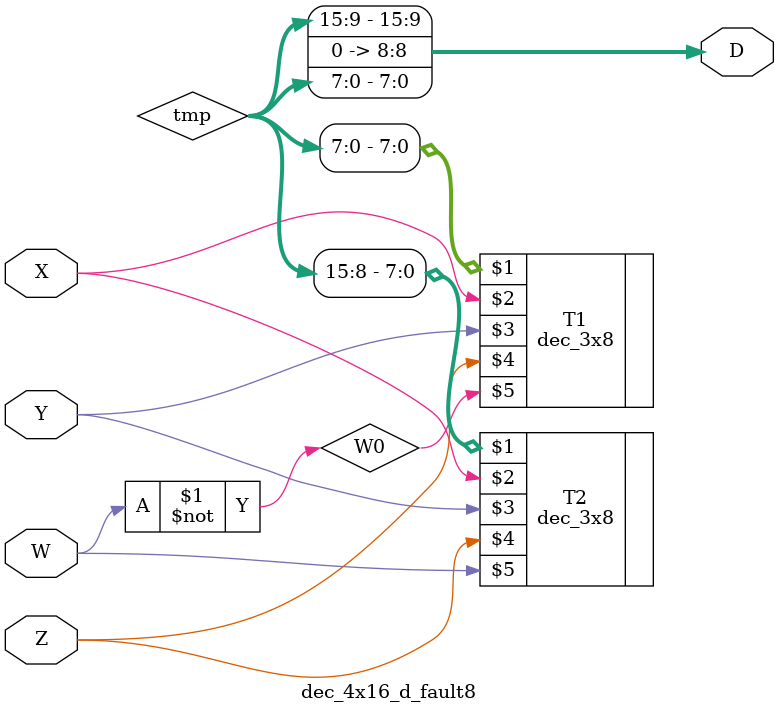
<source format=v>
`timescale 1ns / 1ps
module dec_4x16_d_fault8(output [15:0]D, input X,Y,Z,W);
wire [15:0] tmp; 
wire W0;
not(W0,W);
dec_3x8 T1(tmp[7:0],X,Y,Z,W0), T2(tmp[15:8],X,Y,Z,W);
assign D[15:9] = tmp[15:9];
assign D[8] = 0;
assign D[7:0] = tmp[7:0];

endmodule

</source>
